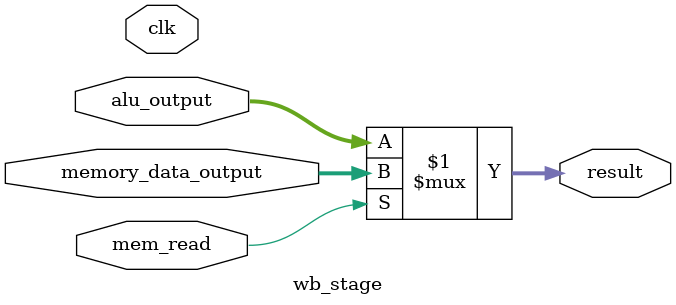
<source format=v>
module wb_stage(input clk, input mem_read, input[15:0] memory_data_output, input[15:0] alu_output, output[15:0] result);
    assign result = mem_read ? memory_data_output : alu_output;
endmodule
</source>
